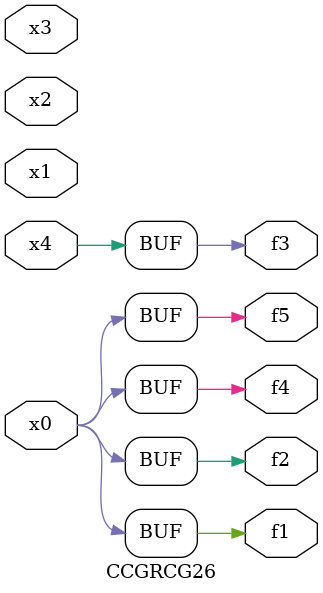
<source format=v>
module CCGRCG26(
	input x0, x1, x2, x3, x4,
	output f1, f2, f3, f4, f5
);
	assign f1 = x0;
	assign f2 = x0;
	assign f3 = x4;
	assign f4 = x0;
	assign f5 = x0;
endmodule

</source>
